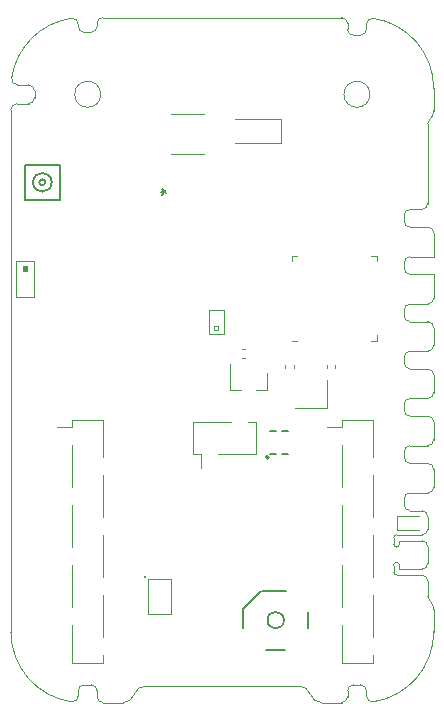
<source format=gbo>
G04 #@! TF.GenerationSoftware,KiCad,Pcbnew,(5.1.10)-1*
G04 #@! TF.CreationDate,2021-07-14T14:20:25+08:00*
G04 #@! TF.ProjectId,BeagleConnect Freedom,42656167-6c65-4436-9f6e-6e6563742046,B*
G04 #@! TF.SameCoordinates,Original*
G04 #@! TF.FileFunction,Legend,Bot*
G04 #@! TF.FilePolarity,Positive*
%FSLAX46Y46*%
G04 Gerber Fmt 4.6, Leading zero omitted, Abs format (unit mm)*
G04 Created by KiCad (PCBNEW (5.1.10)-1) date 2021-07-14 14:20:25*
%MOMM*%
%LPD*%
G01*
G04 APERTURE LIST*
G04 #@! TA.AperFunction,Profile*
%ADD10C,0.050000*%
G04 #@! TD*
%ADD11C,0.120000*%
%ADD12C,0.150000*%
%ADD13C,0.127000*%
%ADD14C,0.100000*%
%ADD15C,0.080000*%
%ADD16C,0.050000*%
G04 APERTURE END LIST*
D10*
X291863382Y-48158779D02*
X291863382Y-46158779D01*
X291863382Y-48158779D02*
G75*
G02*
X291363382Y-48658779I-500000J0D01*
G01*
X289863382Y-48658779D02*
X291363382Y-48658779D01*
X289363382Y-49158779D02*
G75*
G02*
X289863382Y-48658779I500000J0D01*
G01*
X289363382Y-49658779D02*
X289363382Y-49158779D01*
X289863382Y-50158779D02*
G75*
G02*
X289363382Y-49658779I0J500000D01*
G01*
X291363382Y-50158779D02*
X289863382Y-50158779D01*
X291363382Y-50158779D02*
G75*
G02*
X291863382Y-50658779I0J-500000D01*
G01*
X291863382Y-52158779D02*
X291863382Y-50658779D01*
X291863382Y-52158779D02*
G75*
G02*
X291363382Y-52658779I-500000J0D01*
G01*
X289863382Y-52658779D02*
X291363382Y-52658779D01*
X289363382Y-53158779D02*
G75*
G02*
X289863382Y-52658779I500000J0D01*
G01*
X289363382Y-53658779D02*
X289363382Y-53158779D01*
X289863382Y-54158779D02*
G75*
G02*
X289363382Y-53658779I0J500000D01*
G01*
X291363382Y-54158779D02*
X289863382Y-54158779D01*
X291363382Y-54158779D02*
G75*
G02*
X291863382Y-54658779I0J-500000D01*
G01*
X291863382Y-56158779D02*
X291863382Y-54658779D01*
X291863382Y-56158779D02*
G75*
G02*
X291363382Y-56658779I-500000J0D01*
G01*
X289863382Y-56658779D02*
X291363382Y-56658779D01*
X289363382Y-57158779D02*
G75*
G02*
X289863382Y-56658779I500000J0D01*
G01*
X289363382Y-57658779D02*
X289363382Y-57158779D01*
X289863382Y-58158779D02*
G75*
G02*
X289363382Y-57658779I0J500000D01*
G01*
X291363382Y-58158779D02*
X289863382Y-58158779D01*
X291363382Y-58158779D02*
G75*
G02*
X291863382Y-58658779I0J-500000D01*
G01*
X291863382Y-60158779D02*
X291863382Y-58658779D01*
X291863382Y-60158779D02*
G75*
G02*
X291363382Y-60658779I-500000J0D01*
G01*
X289863382Y-60658779D02*
X291363382Y-60658779D01*
X289363382Y-61158779D02*
G75*
G02*
X289863382Y-60658779I500000J0D01*
G01*
X289363382Y-61658779D02*
X289363382Y-61158779D01*
X289863382Y-62158779D02*
G75*
G02*
X289363382Y-61658779I0J500000D01*
G01*
X291363382Y-62158779D02*
X289863382Y-62158779D01*
X291363382Y-62158779D02*
G75*
G02*
X291863382Y-62658779I0J-500000D01*
G01*
X291863382Y-64158779D02*
X291863382Y-62658779D01*
X291863382Y-64158779D02*
G75*
G02*
X291363382Y-64658779I-500000J0D01*
G01*
X289863382Y-64658779D02*
X291363382Y-64658779D01*
X289363382Y-65158779D02*
G75*
G02*
X289863382Y-64658779I500000J0D01*
G01*
X289363382Y-65658779D02*
X289363382Y-65158779D01*
X289863382Y-66158779D02*
G75*
G02*
X289363382Y-65658779I0J500000D01*
G01*
X290863382Y-66158779D02*
X289863382Y-66158779D01*
X290863382Y-66158779D02*
G75*
G02*
X291363382Y-66658779I0J-500000D01*
G01*
X291363382Y-67708779D02*
X291363382Y-66658779D01*
X291363382Y-67708779D02*
G75*
G02*
X290863382Y-68208779I-500000J0D01*
G01*
X288713382Y-68208779D02*
X290863382Y-68208779D01*
X288463382Y-68458779D02*
G75*
G02*
X288713382Y-68208779I250000J0D01*
G01*
X288463382Y-69008779D02*
X288463382Y-68458779D01*
X288963382Y-69008779D02*
G75*
G02*
X288463382Y-69008779I-250000J0D01*
G01*
X288963382Y-68708779D02*
X288963382Y-69008779D01*
X290863382Y-68708779D02*
X288963382Y-68708779D01*
X290863382Y-68708779D02*
G75*
G02*
X291363382Y-69208779I0J-500000D01*
G01*
X291363382Y-70608779D02*
X291363382Y-69208779D01*
X291363382Y-70608779D02*
G75*
G02*
X290863382Y-71108779I-500000J0D01*
G01*
X288963382Y-71108779D02*
X290863382Y-71108779D01*
X288963382Y-70808779D02*
X288963382Y-71108779D01*
X288463382Y-70808779D02*
G75*
G02*
X288963382Y-70808779I250000J0D01*
G01*
X288463382Y-71358779D02*
X288463382Y-70808779D01*
X288713382Y-71608779D02*
G75*
G02*
X288463382Y-71358779I0J250000D01*
G01*
X290863382Y-71608779D02*
X288713382Y-71608779D01*
X290863382Y-71608779D02*
G75*
G02*
X291363382Y-72108779I0J-500000D01*
G01*
X291363382Y-73408779D02*
X291363382Y-72108779D01*
X291530049Y-73781457D02*
G75*
G02*
X291363382Y-73408779I333333J372678D01*
G01*
X291530049Y-73781457D02*
G75*
G02*
X291863382Y-74526813I-666667J-745356D01*
G01*
X291863382Y-76408779D02*
X291863382Y-74526813D01*
X291863381Y-76408779D02*
G75*
G02*
X286736109Y-82344968I-5999999J0D01*
G01*
X286736109Y-82344968D02*
G75*
G02*
X286163382Y-81850286I-72727J494682D01*
G01*
X286163382Y-81408779D02*
X286163382Y-81850286D01*
X285663382Y-80908779D02*
G75*
G02*
X286163382Y-81408779I0J-500000D01*
G01*
X285063382Y-80908779D02*
X285663382Y-80908779D01*
X284563382Y-81408779D02*
G75*
G02*
X285063382Y-80908779I500000J0D01*
G01*
X284563382Y-81908779D02*
X284563382Y-81408779D01*
X284563382Y-81908779D02*
G75*
G02*
X284063382Y-82408779I-500000J0D01*
G01*
X282371260Y-82408779D02*
X284063382Y-82408779D01*
X282371260Y-82408779D02*
G75*
G02*
X281417321Y-81708779I0J1000000D01*
G01*
X280463382Y-81008779D02*
G75*
G02*
X281417321Y-81708779I0J-1000000D01*
G01*
X267463382Y-81008779D02*
X280463382Y-81008779D01*
X266509443Y-81708779D02*
G75*
G02*
X267463382Y-81008779I953939J-300000D01*
G01*
X266509442Y-81708779D02*
G75*
G02*
X265555503Y-82408779I-953939J300000D01*
G01*
X263863382Y-82408779D02*
X265555503Y-82408779D01*
X263863382Y-82408779D02*
G75*
G02*
X263363382Y-81908779I0J500000D01*
G01*
X263363382Y-81408779D02*
X263363382Y-81908779D01*
X262863382Y-80908779D02*
G75*
G02*
X263363382Y-81408779I0J-500000D01*
G01*
X262263382Y-80908779D02*
X262863382Y-80908779D01*
X261763382Y-81408779D02*
G75*
G02*
X262263382Y-80908779I500000J0D01*
G01*
X261763382Y-81850286D02*
X261763382Y-81408779D01*
X261763382Y-81850287D02*
G75*
G02*
X261190654Y-82344968I-500000J1D01*
G01*
X261190655Y-82344969D02*
G75*
G02*
X256063382Y-76408779I872727J5936190D01*
G01*
X256063382Y-32208779D02*
X256063382Y-76408779D01*
X256063382Y-32208779D02*
G75*
G02*
X256563382Y-31708779I500000J0D01*
G01*
X257563382Y-31708779D02*
X256563382Y-31708779D01*
X258063382Y-31208779D02*
G75*
G02*
X257563382Y-31708779I-500000J0D01*
G01*
X258063382Y-30608779D02*
X258063382Y-31208779D01*
X257563382Y-30108779D02*
G75*
G02*
X258063382Y-30608779I0J-500000D01*
G01*
X256621874Y-30108779D02*
X257563382Y-30108779D01*
X256621874Y-30108778D02*
G75*
G02*
X256127192Y-29536052I0J499999D01*
G01*
X256127192Y-29536052D02*
G75*
G02*
X261190654Y-24472589I5936190J-872727D01*
G01*
X261190655Y-24472590D02*
G75*
G02*
X261763382Y-24967272I72727J-494682D01*
G01*
X261763382Y-25158779D02*
X261763382Y-24967272D01*
X262263382Y-25658779D02*
G75*
G02*
X261763382Y-25158779I0J500000D01*
G01*
X262863382Y-25658779D02*
X262263382Y-25658779D01*
X263363382Y-25158779D02*
G75*
G02*
X262863382Y-25658779I-500000J0D01*
G01*
X263363382Y-24908779D02*
X263363382Y-25158779D01*
X263363382Y-24908779D02*
G75*
G02*
X263863382Y-24408779I500000J0D01*
G01*
X284063382Y-24408779D02*
X263863382Y-24408779D01*
X284063382Y-24408779D02*
G75*
G02*
X284563382Y-24908779I0J-500000D01*
G01*
X284563382Y-25408779D02*
X284563382Y-24908779D01*
X285063382Y-25908779D02*
G75*
G02*
X284563382Y-25408779I0J500000D01*
G01*
X285663382Y-25908779D02*
X285063382Y-25908779D01*
X286163382Y-25408779D02*
G75*
G02*
X285663382Y-25908779I-500000J0D01*
G01*
X286163382Y-24967272D02*
X286163382Y-25408779D01*
X286163382Y-24967272D02*
G75*
G02*
X286736109Y-24472589I500000J0D01*
G01*
X286736109Y-24472589D02*
G75*
G02*
X291863382Y-30408779I-872727J-5936190D01*
G01*
X291863382Y-32290745D02*
X291863382Y-30408779D01*
X291863382Y-32290746D02*
G75*
G02*
X291530048Y-33036101I-1000000J1D01*
G01*
X291363382Y-33408779D02*
G75*
G02*
X291530048Y-33036101I500000J0D01*
G01*
X291363382Y-40158779D02*
X291363382Y-33408779D01*
X291363382Y-40158779D02*
G75*
G02*
X290863382Y-40658779I-500000J0D01*
G01*
X289863382Y-40658779D02*
X290863382Y-40658779D01*
X289363382Y-41158779D02*
G75*
G02*
X289863382Y-40658779I500000J0D01*
G01*
X289363382Y-41658779D02*
X289363382Y-41158779D01*
X289863382Y-42158779D02*
G75*
G02*
X289363382Y-41658779I0J500000D01*
G01*
X291363382Y-42158779D02*
X289863382Y-42158779D01*
X291363382Y-42158779D02*
G75*
G02*
X291863382Y-42658779I0J-500000D01*
G01*
X291863382Y-44658779D02*
X291863382Y-42658779D01*
X289863382Y-44658779D02*
X291863382Y-44658779D01*
X289363382Y-45158779D02*
G75*
G02*
X289863382Y-44658779I500000J0D01*
G01*
X289363382Y-45658779D02*
X289363382Y-45158779D01*
X289863382Y-46158779D02*
G75*
G02*
X289363382Y-45658779I0J500000D01*
G01*
X291863382Y-46158779D02*
X289863382Y-46158779D01*
X289363382Y-57658779D02*
X289363382Y-57158779D01*
X289863382Y-58158779D02*
G75*
G02*
X289363382Y-57658779I0J500000D01*
G01*
X291363382Y-58158779D02*
X289863382Y-58158779D01*
X291363382Y-58158779D02*
G75*
G02*
X291863382Y-58658779I0J-500000D01*
G01*
X291863382Y-60158779D02*
X291863382Y-58658779D01*
X291863382Y-60158779D02*
G75*
G02*
X291363382Y-60658779I-500000J0D01*
G01*
X289863382Y-60658779D02*
X291363382Y-60658779D01*
X289363382Y-61158779D02*
G75*
G02*
X289863382Y-60658779I500000J0D01*
G01*
X289363382Y-61658779D02*
X289363382Y-61158779D01*
X289863382Y-62158779D02*
G75*
G02*
X289363382Y-61658779I0J500000D01*
G01*
X291363382Y-62158779D02*
X289863382Y-62158779D01*
X291363382Y-62158779D02*
G75*
G02*
X291863382Y-62658779I0J-500000D01*
G01*
X291863382Y-64158779D02*
X291863382Y-62658779D01*
X291863382Y-64158779D02*
G75*
G02*
X291363382Y-64658779I-500000J0D01*
G01*
X289863382Y-64658779D02*
X291363382Y-64658779D01*
X289363382Y-65158779D02*
G75*
G02*
X289863382Y-64658779I500000J0D01*
G01*
X289363382Y-65658779D02*
X289363382Y-65158779D01*
X289863382Y-66158779D02*
G75*
G02*
X289363382Y-65658779I0J500000D01*
G01*
X290863382Y-66158779D02*
X289863382Y-66158779D01*
X290863382Y-66158779D02*
G75*
G02*
X291363382Y-66658779I0J-500000D01*
G01*
X291363382Y-67708779D02*
X291363382Y-66658779D01*
X291363382Y-67708779D02*
G75*
G02*
X290863382Y-68208779I-500000J0D01*
G01*
X288713382Y-68208779D02*
X290863382Y-68208779D01*
X288463382Y-68458779D02*
G75*
G02*
X288713382Y-68208779I250000J0D01*
G01*
X288463382Y-69008779D02*
X288463382Y-68458779D01*
X288963382Y-69008779D02*
G75*
G02*
X288463382Y-69008779I-250000J0D01*
G01*
X288963382Y-68708779D02*
X288963382Y-69008779D01*
X290863382Y-68708779D02*
X288963382Y-68708779D01*
X290863382Y-68708779D02*
G75*
G02*
X291363382Y-69208779I0J-500000D01*
G01*
X291363382Y-70608779D02*
X291363382Y-69208779D01*
X291363382Y-70608779D02*
G75*
G02*
X290863382Y-71108779I-500000J0D01*
G01*
X288963382Y-71108779D02*
X290863382Y-71108779D01*
X288963382Y-70808779D02*
X288963382Y-71108779D01*
X288463382Y-70808779D02*
G75*
G02*
X288963382Y-70808779I250000J0D01*
G01*
X288463382Y-71358779D02*
X288463382Y-70808779D01*
X288713382Y-71608779D02*
G75*
G02*
X288463382Y-71358779I0J250000D01*
G01*
X290863382Y-71608779D02*
X288713382Y-71608779D01*
X290863382Y-71608779D02*
G75*
G02*
X291363382Y-72108779I0J-500000D01*
G01*
X291363382Y-73408779D02*
X291363382Y-72108779D01*
X291530049Y-73781457D02*
G75*
G02*
X291363382Y-73408779I333333J372678D01*
G01*
X291530049Y-73781457D02*
G75*
G02*
X291863382Y-74526813I-666667J-745356D01*
G01*
X291863382Y-76408779D02*
X291863382Y-74526813D01*
X291863381Y-76408779D02*
G75*
G02*
X286736109Y-82344968I-5999999J0D01*
G01*
X286736109Y-82344968D02*
G75*
G02*
X286163382Y-81850286I-72727J494682D01*
G01*
X286163382Y-81408779D02*
X286163382Y-81850286D01*
X285663382Y-80908779D02*
G75*
G02*
X286163382Y-81408779I0J-500000D01*
G01*
X285063382Y-80908779D02*
X285663382Y-80908779D01*
X284563382Y-81408779D02*
G75*
G02*
X285063382Y-80908779I500000J0D01*
G01*
X284563382Y-81908779D02*
X284563382Y-81408779D01*
X284563382Y-81908779D02*
G75*
G02*
X284063382Y-82408779I-500000J0D01*
G01*
X282371260Y-82408779D02*
X284063382Y-82408779D01*
X282371260Y-82408779D02*
G75*
G02*
X281417321Y-81708779I0J1000000D01*
G01*
X280463382Y-81008779D02*
G75*
G02*
X281417321Y-81708779I0J-1000000D01*
G01*
X267463382Y-81008779D02*
X280463382Y-81008779D01*
X266509443Y-81708779D02*
G75*
G02*
X267463382Y-81008779I953939J-300000D01*
G01*
X266509442Y-81708779D02*
G75*
G02*
X265555503Y-82408779I-953939J300000D01*
G01*
X263863382Y-82408779D02*
X265555503Y-82408779D01*
X263863382Y-82408779D02*
G75*
G02*
X263363382Y-81908779I0J500000D01*
G01*
X263363382Y-81408779D02*
X263363382Y-81908779D01*
X262863382Y-80908779D02*
G75*
G02*
X263363382Y-81408779I0J-500000D01*
G01*
X262263382Y-80908779D02*
X262863382Y-80908779D01*
X261763382Y-81408779D02*
G75*
G02*
X262263382Y-80908779I500000J0D01*
G01*
X261763382Y-81850286D02*
X261763382Y-81408779D01*
X261763382Y-81850287D02*
G75*
G02*
X261190654Y-82344968I-500000J1D01*
G01*
X261190655Y-82344969D02*
G75*
G02*
X256063382Y-76408779I872727J5936190D01*
G01*
X256063382Y-32208779D02*
X256063382Y-76408779D01*
X256063382Y-32208779D02*
G75*
G02*
X256563382Y-31708779I500000J0D01*
G01*
X257563382Y-31708779D02*
X256563382Y-31708779D01*
X258063382Y-31208779D02*
G75*
G02*
X257563382Y-31708779I-500000J0D01*
G01*
X258063382Y-30608779D02*
X258063382Y-31208779D01*
X257563382Y-30108779D02*
G75*
G02*
X258063382Y-30608779I0J-500000D01*
G01*
X256621874Y-30108779D02*
X257563382Y-30108779D01*
X256621874Y-30108778D02*
G75*
G02*
X256127192Y-29536052I0J499999D01*
G01*
X256127192Y-29536052D02*
G75*
G02*
X261190654Y-24472589I5936190J-872727D01*
G01*
X261190655Y-24472590D02*
G75*
G02*
X261763382Y-24967272I72727J-494682D01*
G01*
X261763382Y-25158779D02*
X261763382Y-24967272D01*
X262263382Y-25658779D02*
G75*
G02*
X261763382Y-25158779I0J500000D01*
G01*
X262863382Y-25658779D02*
X262263382Y-25658779D01*
X263363382Y-25158779D02*
G75*
G02*
X262863382Y-25658779I-500000J0D01*
G01*
X263363382Y-24908779D02*
X263363382Y-25158779D01*
X263363382Y-24908779D02*
G75*
G02*
X263863382Y-24408779I500000J0D01*
G01*
X284063382Y-24408779D02*
X263863382Y-24408779D01*
X284063382Y-24408779D02*
G75*
G02*
X284563382Y-24908779I0J-500000D01*
G01*
X284563382Y-25408779D02*
X284563382Y-24908779D01*
X285063382Y-25908779D02*
G75*
G02*
X284563382Y-25408779I0J500000D01*
G01*
X285663382Y-25908779D02*
X285063382Y-25908779D01*
X286163382Y-25408779D02*
G75*
G02*
X285663382Y-25908779I-500000J0D01*
G01*
X286163382Y-24967272D02*
X286163382Y-25408779D01*
X286163382Y-24967272D02*
G75*
G02*
X286736109Y-24472589I500000J0D01*
G01*
X286736109Y-24472589D02*
G75*
G02*
X291863382Y-30408779I-872727J-5936190D01*
G01*
X291863382Y-32290745D02*
X291863382Y-30408779D01*
X291863382Y-32290746D02*
G75*
G02*
X291530048Y-33036101I-1000000J1D01*
G01*
X291363382Y-33408779D02*
G75*
G02*
X291530048Y-33036101I500000J0D01*
G01*
X291363382Y-40158779D02*
X291363382Y-33408779D01*
X291363382Y-40158779D02*
G75*
G02*
X290863382Y-40658779I-500000J0D01*
G01*
X289863382Y-40658779D02*
X290863382Y-40658779D01*
X289363382Y-41158779D02*
G75*
G02*
X289863382Y-40658779I500000J0D01*
G01*
X289363382Y-41658779D02*
X289363382Y-41158779D01*
X289863382Y-42158779D02*
G75*
G02*
X289363382Y-41658779I0J500000D01*
G01*
X291363382Y-42158779D02*
X289863382Y-42158779D01*
X291363382Y-42158779D02*
G75*
G02*
X291863382Y-42658779I0J-500000D01*
G01*
X291863382Y-44658779D02*
X291863382Y-42658779D01*
X289863382Y-44658779D02*
X291863382Y-44658779D01*
X289363382Y-45158779D02*
G75*
G02*
X289863382Y-44658779I500000J0D01*
G01*
X289363382Y-45658779D02*
X289363382Y-45158779D01*
X289863382Y-46158779D02*
G75*
G02*
X289363382Y-45658779I0J500000D01*
G01*
X291863382Y-46158779D02*
X289863382Y-46158779D01*
X291863382Y-48158779D02*
X291863382Y-46158779D01*
X291863382Y-48158779D02*
G75*
G02*
X291363382Y-48658779I-500000J0D01*
G01*
X289863382Y-48658779D02*
X291363382Y-48658779D01*
X289363382Y-49158779D02*
G75*
G02*
X289863382Y-48658779I500000J0D01*
G01*
X289363382Y-49658779D02*
X289363382Y-49158779D01*
X289863382Y-50158779D02*
G75*
G02*
X289363382Y-49658779I0J500000D01*
G01*
X291363382Y-50158779D02*
X289863382Y-50158779D01*
X291363382Y-50158779D02*
G75*
G02*
X291863382Y-50658779I0J-500000D01*
G01*
X291863382Y-52158779D02*
X291863382Y-50658779D01*
X291863382Y-52158779D02*
G75*
G02*
X291363382Y-52658779I-500000J0D01*
G01*
X289863382Y-52658779D02*
X291363382Y-52658779D01*
X289363382Y-53158779D02*
G75*
G02*
X289863382Y-52658779I500000J0D01*
G01*
X289363382Y-53658779D02*
X289363382Y-53158779D01*
X289863382Y-54158779D02*
G75*
G02*
X289363382Y-53658779I0J500000D01*
G01*
X291363382Y-54158779D02*
X289863382Y-54158779D01*
X291363382Y-54158779D02*
G75*
G02*
X291863382Y-54658779I0J-500000D01*
G01*
X291863382Y-56158779D02*
X291863382Y-54658779D01*
X291863382Y-56158779D02*
G75*
G02*
X291363382Y-56658779I-500000J0D01*
G01*
X289863382Y-56658779D02*
X291363382Y-56658779D01*
X289363382Y-57158779D02*
G75*
G02*
X289863382Y-56658779I500000J0D01*
G01*
X286463382Y-30908779D02*
G75*
G03*
X286463382Y-30908779I-1100000J0D01*
G01*
X263663382Y-30908779D02*
G75*
G03*
X263663382Y-30908779I-1100000J0D01*
G01*
X286463382Y-30908779D02*
G75*
G03*
X286463382Y-30908779I-1100000J0D01*
G01*
X263663382Y-30908779D02*
G75*
G03*
X263663382Y-30908779I-1100000J0D01*
G01*
D11*
X280325000Y-51780000D02*
X279850000Y-51780000D01*
X287070000Y-44560000D02*
X287070000Y-45035000D01*
X286595000Y-44560000D02*
X287070000Y-44560000D01*
X279850000Y-44560000D02*
X279850000Y-45035000D01*
X280325000Y-44560000D02*
X279850000Y-44560000D01*
X287070000Y-51780000D02*
X287070000Y-51305000D01*
X286595000Y-51780000D02*
X287070000Y-51780000D01*
X290600000Y-66600000D02*
X288750000Y-66600000D01*
X290600000Y-67800000D02*
X288750000Y-67800000D01*
X288750000Y-67800000D02*
X288750000Y-66600000D01*
D12*
X275735000Y-74480000D02*
X277235000Y-72980000D01*
D13*
X279185000Y-75430000D02*
G75*
G03*
X279185000Y-75430000I-700000J0D01*
G01*
D12*
X279335000Y-72930000D02*
X277285000Y-72930000D01*
X281235000Y-76130000D02*
X281235000Y-74730000D01*
X277685000Y-77930000D02*
X279285000Y-77930000D01*
X275735000Y-74480000D02*
X275735000Y-76130000D01*
D11*
X284060000Y-60640000D02*
X284060000Y-64200000D01*
X284060000Y-58450000D02*
X284060000Y-59120000D01*
X286720000Y-78420000D02*
X286720000Y-79090000D01*
X284060000Y-59120000D02*
X282850000Y-59120000D01*
X286720000Y-73340000D02*
X286720000Y-76900000D01*
X286720000Y-63180000D02*
X286720000Y-66740000D01*
X286720000Y-58450000D02*
X284060000Y-58450000D01*
X284060000Y-75880000D02*
X284060000Y-79090000D01*
X284060000Y-70800000D02*
X284060000Y-74360000D01*
X286720000Y-58450000D02*
X286720000Y-61660000D01*
X286720000Y-68260000D02*
X286720000Y-71820000D01*
X286720000Y-79090000D02*
X284060000Y-79090000D01*
X284060000Y-65720000D02*
X284060000Y-69280000D01*
X263860000Y-58450000D02*
X261200000Y-58450000D01*
X261200000Y-58450000D02*
X261200000Y-59120000D01*
X261200000Y-60640000D02*
X261200000Y-64200000D01*
X261200000Y-65720000D02*
X261200000Y-69280000D01*
X261200000Y-70800000D02*
X261200000Y-74360000D01*
X261200000Y-75880000D02*
X261200000Y-79090000D01*
X263860000Y-79090000D02*
X261200000Y-79090000D01*
X263860000Y-58450000D02*
X263860000Y-61660000D01*
X263860000Y-63180000D02*
X263860000Y-66740000D01*
X263860000Y-68260000D02*
X263860000Y-71820000D01*
X263860000Y-73340000D02*
X263860000Y-76900000D01*
X263860000Y-78420000D02*
X263860000Y-79090000D01*
X261200000Y-59120000D02*
X259990000Y-59120000D01*
X271450000Y-58690000D02*
X271450000Y-61350000D01*
X271450000Y-61350000D02*
X272120000Y-61350000D01*
X273640000Y-61350000D02*
X276850000Y-61350000D01*
X276850000Y-58690000D02*
X276850000Y-61350000D01*
X271450000Y-58690000D02*
X274660000Y-58690000D01*
X276180000Y-58690000D02*
X276850000Y-58690000D01*
X272120000Y-61350000D02*
X272120000Y-62560000D01*
D12*
X257225000Y-36860000D02*
X257225000Y-39860000D01*
X260225000Y-36860000D02*
X257225000Y-36860000D01*
X260225000Y-39860000D02*
X260225000Y-36860000D01*
X257225000Y-39860000D02*
X260225000Y-39860000D01*
X258975000Y-38360000D02*
G75*
G03*
X258975000Y-38360000I-250000J0D01*
G01*
X259515569Y-38360000D02*
G75*
G03*
X259515569Y-38360000I-790569J0D01*
G01*
D11*
X258060000Y-45009000D02*
X258060000Y-48109000D01*
X258060000Y-48109000D02*
X256460000Y-48109000D01*
X256460000Y-48109000D02*
X256460000Y-45009000D01*
X256460000Y-45009000D02*
X258060000Y-45009000D01*
D14*
G36*
X257110000Y-45459000D02*
G01*
X257110000Y-45909000D01*
X257410000Y-45909000D01*
X257410000Y-45459000D01*
X257110000Y-45459000D01*
G37*
X257110000Y-45459000D02*
X257110000Y-45909000D01*
X257410000Y-45909000D01*
X257410000Y-45459000D01*
X257110000Y-45459000D01*
D15*
X274065000Y-51170000D02*
X274065000Y-49170000D01*
X274065000Y-49170000D02*
X272815000Y-49170000D01*
X272815000Y-49170000D02*
X272815000Y-51170000D01*
X272815000Y-51170000D02*
X274065000Y-51170000D01*
D11*
X273590000Y-50870000D02*
X273290000Y-50870000D01*
X273290000Y-50870000D02*
X273290000Y-50520000D01*
X273290000Y-50520000D02*
X273590000Y-50520000D01*
X273590000Y-50520000D02*
X273590000Y-50870000D01*
D13*
X278035000Y-61390000D02*
X278535000Y-61390000D01*
X278535000Y-59390000D02*
X278035000Y-59390000D01*
X279535000Y-59390000D02*
X279035000Y-59390000D01*
X279535000Y-61390000D02*
X279035000Y-61390000D01*
D12*
X277935000Y-61640000D02*
G75*
G03*
X277935000Y-61640000I-150000J0D01*
G01*
D11*
X282850000Y-55140000D02*
X282850000Y-57440000D01*
X282850000Y-57440000D02*
X280150000Y-57440000D01*
D16*
X267630000Y-71920000D02*
X267630000Y-74920000D01*
X267630000Y-74920000D02*
X269630000Y-74920000D01*
X269630000Y-74920000D02*
X269630000Y-71920000D01*
X269630000Y-71920000D02*
X267630000Y-71920000D01*
X267500711Y-71770000D02*
G75*
G03*
X267500711Y-71770000I-70711J0D01*
G01*
D11*
X279280000Y-54057836D02*
X279280000Y-53842164D01*
X280000000Y-54057836D02*
X280000000Y-53842164D01*
X283540000Y-54057836D02*
X283540000Y-53842164D01*
X282820000Y-54057836D02*
X282820000Y-53842164D01*
X277770000Y-55940000D02*
X277770000Y-54480000D01*
X274610000Y-55940000D02*
X274610000Y-53780000D01*
X274610000Y-55940000D02*
X275540000Y-55940000D01*
X277770000Y-55940000D02*
X276840000Y-55940000D01*
X275903641Y-52440000D02*
X275596359Y-52440000D01*
X275903641Y-53200000D02*
X275596359Y-53200000D01*
X272382752Y-36000000D02*
X269610248Y-36000000D01*
X272382752Y-32580000D02*
X269610248Y-32580000D01*
X278900000Y-33030000D02*
X275000000Y-33030000D01*
X278900000Y-35030000D02*
X275000000Y-35030000D01*
X278900000Y-33030000D02*
X278900000Y-35030000D01*
D12*
X268752380Y-39160000D02*
X268990476Y-39160000D01*
X268895238Y-38921904D02*
X268990476Y-39160000D01*
X268895238Y-39398095D01*
X269180952Y-39017142D02*
X268990476Y-39160000D01*
X269180952Y-39302857D01*
M02*

</source>
